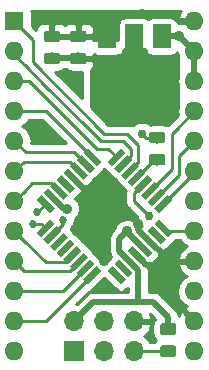
<source format=gbr>
G04 #@! TF.GenerationSoftware,KiCad,Pcbnew,(5.0.0)*
G04 #@! TF.CreationDate,2018-07-26T01:08:58+02:00*
G04 #@! TF.ProjectId,bosch_kf4_pll,626F7363685F6B66345F706C6C2E6B69,rev?*
G04 #@! TF.SameCoordinates,Original*
G04 #@! TF.FileFunction,Copper,L2,Bot,Signal*
G04 #@! TF.FilePolarity,Positive*
%FSLAX46Y46*%
G04 Gerber Fmt 4.6, Leading zero omitted, Abs format (unit mm)*
G04 Created by KiCad (PCBNEW (5.0.0)) date 07/26/18 01:08:58*
%MOMM*%
%LPD*%
G01*
G04 APERTURE LIST*
G04 #@! TA.AperFunction,SMDPad,CuDef*
%ADD10C,0.550000*%
G04 #@! TD*
G04 #@! TA.AperFunction,Conductor*
%ADD11C,0.100000*%
G04 #@! TD*
G04 #@! TA.AperFunction,ComponentPad*
%ADD12O,1.600000X1.600000*%
G04 #@! TD*
G04 #@! TA.AperFunction,ComponentPad*
%ADD13R,1.600000X1.600000*%
G04 #@! TD*
G04 #@! TA.AperFunction,SMDPad,CuDef*
%ADD14R,3.800000X2.000000*%
G04 #@! TD*
G04 #@! TA.AperFunction,SMDPad,CuDef*
%ADD15R,1.500000X2.000000*%
G04 #@! TD*
G04 #@! TA.AperFunction,SMDPad,CuDef*
%ADD16C,0.975000*%
G04 #@! TD*
G04 #@! TA.AperFunction,ComponentPad*
%ADD17O,1.700000X1.700000*%
G04 #@! TD*
G04 #@! TA.AperFunction,ComponentPad*
%ADD18R,1.700000X1.700000*%
G04 #@! TD*
G04 #@! TA.AperFunction,ViaPad*
%ADD19C,0.889000*%
G04 #@! TD*
G04 #@! TA.AperFunction,ViaPad*
%ADD20C,0.685800*%
G04 #@! TD*
G04 #@! TA.AperFunction,ViaPad*
%ADD21C,0.762000*%
G04 #@! TD*
G04 #@! TA.AperFunction,Conductor*
%ADD22C,0.508000*%
G04 #@! TD*
G04 #@! TA.AperFunction,Conductor*
%ADD23C,0.254000*%
G04 #@! TD*
G04 APERTURE END LIST*
D10*
G04 #@! TO.P,U1,32*
G04 #@! TO.N,SQL*
X138335103Y-77714695D03*
D11*
G04 #@! TD*
G04 #@! TO.N,SQL*
G04 #@! TO.C,U1*
G36*
X137963872Y-78474835D02*
X137574963Y-78085926D01*
X138706334Y-76954555D01*
X139095243Y-77343464D01*
X137963872Y-78474835D01*
X137963872Y-78474835D01*
G37*
D10*
G04 #@! TO.P,U1,31*
G04 #@! TO.N,TXD*
X137769417Y-77149010D03*
D11*
G04 #@! TD*
G04 #@! TO.N,TXD*
G04 #@! TO.C,U1*
G36*
X137398186Y-77909150D02*
X137009277Y-77520241D01*
X138140648Y-76388870D01*
X138529557Y-76777779D01*
X137398186Y-77909150D01*
X137398186Y-77909150D01*
G37*
D10*
G04 #@! TO.P,U1,30*
G04 #@! TO.N,RXD*
X137203732Y-76583324D03*
D11*
G04 #@! TD*
G04 #@! TO.N,RXD*
G04 #@! TO.C,U1*
G36*
X136832501Y-77343464D02*
X136443592Y-76954555D01*
X137574963Y-75823184D01*
X137963872Y-76212093D01*
X136832501Y-77343464D01*
X136832501Y-77343464D01*
G37*
D10*
G04 #@! TO.P,U1,29*
G04 #@! TO.N,RST*
X136638047Y-76017639D03*
D11*
G04 #@! TD*
G04 #@! TO.N,RST*
G04 #@! TO.C,U1*
G36*
X136266816Y-76777779D02*
X135877907Y-76388870D01*
X137009278Y-75257499D01*
X137398187Y-75646408D01*
X136266816Y-76777779D01*
X136266816Y-76777779D01*
G37*
D10*
G04 #@! TO.P,U1,28*
G04 #@! TO.N,PTT*
X136072361Y-75451953D03*
D11*
G04 #@! TD*
G04 #@! TO.N,PTT*
G04 #@! TO.C,U1*
G36*
X135701130Y-76212093D02*
X135312221Y-75823184D01*
X136443592Y-74691813D01*
X136832501Y-75080722D01*
X135701130Y-76212093D01*
X135701130Y-76212093D01*
G37*
D10*
G04 #@! TO.P,U1,27*
G04 #@! TO.N,A*
X135506676Y-74886268D03*
D11*
G04 #@! TD*
G04 #@! TO.N,A*
G04 #@! TO.C,U1*
G36*
X135135445Y-75646408D02*
X134746536Y-75257499D01*
X135877907Y-74126128D01*
X136266816Y-74515037D01*
X135135445Y-75646408D01*
X135135445Y-75646408D01*
G37*
D10*
G04 #@! TO.P,U1,26*
G04 #@! TO.N,A1*
X134940990Y-74320583D03*
D11*
G04 #@! TD*
G04 #@! TO.N,A1*
G04 #@! TO.C,U1*
G36*
X134569759Y-75080723D02*
X134180850Y-74691814D01*
X135312221Y-73560443D01*
X135701130Y-73949352D01*
X134569759Y-75080723D01*
X134569759Y-75080723D01*
G37*
D10*
G04 #@! TO.P,U1,25*
G04 #@! TO.N,A0*
X134375305Y-73754897D03*
D11*
G04 #@! TD*
G04 #@! TO.N,A0*
G04 #@! TO.C,U1*
G36*
X134004074Y-74515037D02*
X133615165Y-74126128D01*
X134746536Y-72994757D01*
X135135445Y-73383666D01*
X134004074Y-74515037D01*
X134004074Y-74515037D01*
G37*
D10*
G04 #@! TO.P,U1,24*
G04 #@! TO.N,D0*
X132324695Y-73754897D03*
D11*
G04 #@! TD*
G04 #@! TO.N,D0*
G04 #@! TO.C,U1*
G36*
X133084835Y-74126128D02*
X132695926Y-74515037D01*
X131564555Y-73383666D01*
X131953464Y-72994757D01*
X133084835Y-74126128D01*
X133084835Y-74126128D01*
G37*
D10*
G04 #@! TO.P,U1,23*
G04 #@! TO.N,D1*
X131759010Y-74320583D03*
D11*
G04 #@! TD*
G04 #@! TO.N,D1*
G04 #@! TO.C,U1*
G36*
X132519150Y-74691814D02*
X132130241Y-75080723D01*
X130998870Y-73949352D01*
X131387779Y-73560443D01*
X132519150Y-74691814D01*
X132519150Y-74691814D01*
G37*
D10*
G04 #@! TO.P,U1,22*
G04 #@! TO.N,D2*
X131193324Y-74886268D03*
D11*
G04 #@! TD*
G04 #@! TO.N,D2*
G04 #@! TO.C,U1*
G36*
X131953464Y-75257499D02*
X131564555Y-75646408D01*
X130433184Y-74515037D01*
X130822093Y-74126128D01*
X131953464Y-75257499D01*
X131953464Y-75257499D01*
G37*
D10*
G04 #@! TO.P,U1,21*
G04 #@! TO.N,GND*
X130627639Y-75451953D03*
D11*
G04 #@! TD*
G04 #@! TO.N,GND*
G04 #@! TO.C,U1*
G36*
X131387779Y-75823184D02*
X130998870Y-76212093D01*
X129867499Y-75080722D01*
X130256408Y-74691813D01*
X131387779Y-75823184D01*
X131387779Y-75823184D01*
G37*
D10*
G04 #@! TO.P,U1,20*
G04 #@! TO.N,Net-(U1-Pad20)*
X130061953Y-76017639D03*
D11*
G04 #@! TD*
G04 #@! TO.N,Net-(U1-Pad20)*
G04 #@! TO.C,U1*
G36*
X130822093Y-76388870D02*
X130433184Y-76777779D01*
X129301813Y-75646408D01*
X129690722Y-75257499D01*
X130822093Y-76388870D01*
X130822093Y-76388870D01*
G37*
D10*
G04 #@! TO.P,U1,19*
G04 #@! TO.N,D3*
X129496268Y-76583324D03*
D11*
G04 #@! TD*
G04 #@! TO.N,D3*
G04 #@! TO.C,U1*
G36*
X130256408Y-76954555D02*
X129867499Y-77343464D01*
X128736128Y-76212093D01*
X129125037Y-75823184D01*
X130256408Y-76954555D01*
X130256408Y-76954555D01*
G37*
D10*
G04 #@! TO.P,U1,18*
G04 #@! TO.N,+5V*
X128930583Y-77149010D03*
D11*
G04 #@! TD*
G04 #@! TO.N,+5V*
G04 #@! TO.C,U1*
G36*
X129690723Y-77520241D02*
X129301814Y-77909150D01*
X128170443Y-76777779D01*
X128559352Y-76388870D01*
X129690723Y-77520241D01*
X129690723Y-77520241D01*
G37*
D10*
G04 #@! TO.P,U1,17*
G04 #@! TO.N,SCK*
X128364897Y-77714695D03*
D11*
G04 #@! TD*
G04 #@! TO.N,SCK*
G04 #@! TO.C,U1*
G36*
X129125037Y-78085926D02*
X128736128Y-78474835D01*
X127604757Y-77343464D01*
X127993666Y-76954555D01*
X129125037Y-78085926D01*
X129125037Y-78085926D01*
G37*
D10*
G04 #@! TO.P,U1,16*
G04 #@! TO.N,MISO*
X128364897Y-79765305D03*
D11*
G04 #@! TD*
G04 #@! TO.N,MISO*
G04 #@! TO.C,U1*
G36*
X127993666Y-80525445D02*
X127604757Y-80136536D01*
X128736128Y-79005165D01*
X129125037Y-79394074D01*
X127993666Y-80525445D01*
X127993666Y-80525445D01*
G37*
D10*
G04 #@! TO.P,U1,15*
G04 #@! TO.N,MOSI*
X128930583Y-80330990D03*
D11*
G04 #@! TD*
G04 #@! TO.N,MOSI*
G04 #@! TO.C,U1*
G36*
X128559352Y-81091130D02*
X128170443Y-80702221D01*
X129301814Y-79570850D01*
X129690723Y-79959759D01*
X128559352Y-81091130D01*
X128559352Y-81091130D01*
G37*
D10*
G04 #@! TO.P,U1,14*
G04 #@! TO.N,PWM_B*
X129496268Y-80896676D03*
D11*
G04 #@! TD*
G04 #@! TO.N,PWM_B*
G04 #@! TO.C,U1*
G36*
X129125037Y-81656816D02*
X128736128Y-81267907D01*
X129867499Y-80136536D01*
X130256408Y-80525445D01*
X129125037Y-81656816D01*
X129125037Y-81656816D01*
G37*
D10*
G04 #@! TO.P,U1,13*
G04 #@! TO.N,PWM_A*
X130061953Y-81462361D03*
D11*
G04 #@! TD*
G04 #@! TO.N,PWM_A*
G04 #@! TO.C,U1*
G36*
X129690722Y-82222501D02*
X129301813Y-81833592D01*
X130433184Y-80702221D01*
X130822093Y-81091130D01*
X129690722Y-82222501D01*
X129690722Y-82222501D01*
G37*
D10*
G04 #@! TO.P,U1,12*
G04 #@! TO.N,D4*
X130627639Y-82028047D03*
D11*
G04 #@! TD*
G04 #@! TO.N,D4*
G04 #@! TO.C,U1*
G36*
X130256408Y-82788187D02*
X129867499Y-82399278D01*
X130998870Y-81267907D01*
X131387779Y-81656816D01*
X130256408Y-82788187D01*
X130256408Y-82788187D01*
G37*
D10*
G04 #@! TO.P,U1,11*
G04 #@! TO.N,D5*
X131193324Y-82593732D03*
D11*
G04 #@! TD*
G04 #@! TO.N,D5*
G04 #@! TO.C,U1*
G36*
X130822093Y-83353872D02*
X130433184Y-82964963D01*
X131564555Y-81833592D01*
X131953464Y-82222501D01*
X130822093Y-83353872D01*
X130822093Y-83353872D01*
G37*
D10*
G04 #@! TO.P,U1,10*
G04 #@! TO.N,D6*
X131759010Y-83159417D03*
D11*
G04 #@! TD*
G04 #@! TO.N,D6*
G04 #@! TO.C,U1*
G36*
X131387779Y-83919557D02*
X130998870Y-83530648D01*
X132130241Y-82399277D01*
X132519150Y-82788186D01*
X131387779Y-83919557D01*
X131387779Y-83919557D01*
G37*
D10*
G04 #@! TO.P,U1,9*
G04 #@! TO.N,D7*
X132324695Y-83725103D03*
D11*
G04 #@! TD*
G04 #@! TO.N,D7*
G04 #@! TO.C,U1*
G36*
X131953464Y-84485243D02*
X131564555Y-84096334D01*
X132695926Y-82964963D01*
X133084835Y-83353872D01*
X131953464Y-84485243D01*
X131953464Y-84485243D01*
G37*
D10*
G04 #@! TO.P,U1,8*
G04 #@! TO.N,Net-(U1-Pad8)*
X134375305Y-83725103D03*
D11*
G04 #@! TD*
G04 #@! TO.N,Net-(U1-Pad8)*
G04 #@! TO.C,U1*
G36*
X135135445Y-84096334D02*
X134746536Y-84485243D01*
X133615165Y-83353872D01*
X134004074Y-82964963D01*
X135135445Y-84096334D01*
X135135445Y-84096334D01*
G37*
D10*
G04 #@! TO.P,U1,7*
G04 #@! TO.N,Net-(U1-Pad7)*
X134940990Y-83159417D03*
D11*
G04 #@! TD*
G04 #@! TO.N,Net-(U1-Pad7)*
G04 #@! TO.C,U1*
G36*
X135701130Y-83530648D02*
X135312221Y-83919557D01*
X134180850Y-82788186D01*
X134569759Y-82399277D01*
X135701130Y-83530648D01*
X135701130Y-83530648D01*
G37*
D10*
G04 #@! TO.P,U1,6*
G04 #@! TO.N,+5V*
X135506676Y-82593732D03*
D11*
G04 #@! TD*
G04 #@! TO.N,+5V*
G04 #@! TO.C,U1*
G36*
X136266816Y-82964963D02*
X135877907Y-83353872D01*
X134746536Y-82222501D01*
X135135445Y-81833592D01*
X136266816Y-82964963D01*
X136266816Y-82964963D01*
G37*
D10*
G04 #@! TO.P,U1,5*
G04 #@! TO.N,GND*
X136072361Y-82028047D03*
D11*
G04 #@! TD*
G04 #@! TO.N,GND*
G04 #@! TO.C,U1*
G36*
X136832501Y-82399278D02*
X136443592Y-82788187D01*
X135312221Y-81656816D01*
X135701130Y-81267907D01*
X136832501Y-82399278D01*
X136832501Y-82399278D01*
G37*
D10*
G04 #@! TO.P,U1,4*
G04 #@! TO.N,+5V*
X136638047Y-81462361D03*
D11*
G04 #@! TD*
G04 #@! TO.N,+5V*
G04 #@! TO.C,U1*
G36*
X137398187Y-81833592D02*
X137009278Y-82222501D01*
X135877907Y-81091130D01*
X136266816Y-80702221D01*
X137398187Y-81833592D01*
X137398187Y-81833592D01*
G37*
D10*
G04 #@! TO.P,U1,3*
G04 #@! TO.N,GND*
X137203732Y-80896676D03*
D11*
G04 #@! TD*
G04 #@! TO.N,GND*
G04 #@! TO.C,U1*
G36*
X137963872Y-81267907D02*
X137574963Y-81656816D01*
X136443592Y-80525445D01*
X136832501Y-80136536D01*
X137963872Y-81267907D01*
X137963872Y-81267907D01*
G37*
D10*
G04 #@! TO.P,U1,2*
G04 #@! TO.N,Net-(U1-Pad2)*
X137769417Y-80330990D03*
D11*
G04 #@! TD*
G04 #@! TO.N,Net-(U1-Pad2)*
G04 #@! TO.C,U1*
G36*
X138529557Y-80702221D02*
X138140648Y-81091130D01*
X137009277Y-79959759D01*
X137398186Y-79570850D01*
X138529557Y-80702221D01*
X138529557Y-80702221D01*
G37*
D10*
G04 #@! TO.P,U1,1*
G04 #@! TO.N,PTT_SENSE*
X138335103Y-79765305D03*
D11*
G04 #@! TD*
G04 #@! TO.N,PTT_SENSE*
G04 #@! TO.C,U1*
G36*
X139095243Y-80136536D02*
X138706334Y-80525445D01*
X137574963Y-79394074D01*
X137963872Y-79005165D01*
X139095243Y-80136536D01*
X139095243Y-80136536D01*
G37*
D12*
G04 #@! TO.P,J2,24*
G04 #@! TO.N,GND*
X140970000Y-62230000D03*
G04 #@! TO.P,J2,12*
G04 #@! TO.N,Net-(J2-Pad12)*
X125730000Y-90170000D03*
G04 #@! TO.P,J2,23*
G04 #@! TO.N,+8V*
X140970000Y-64770000D03*
G04 #@! TO.P,J2,11*
G04 #@! TO.N,D7*
X125730000Y-87630000D03*
G04 #@! TO.P,J2,22*
G04 #@! TO.N,+8V*
X140970000Y-67310000D03*
G04 #@! TO.P,J2,10*
G04 #@! TO.N,D6*
X125730000Y-85090000D03*
G04 #@! TO.P,J2,21*
G04 #@! TO.N,RXD*
X140970000Y-69850000D03*
G04 #@! TO.P,J2,9*
G04 #@! TO.N,D5*
X125730000Y-82550000D03*
G04 #@! TO.P,J2,20*
G04 #@! TO.N,TXD*
X140970000Y-72390000D03*
G04 #@! TO.P,J2,8*
G04 #@! TO.N,D4*
X125730000Y-80010000D03*
G04 #@! TO.P,J2,19*
G04 #@! TO.N,SQL*
X140970000Y-74930000D03*
G04 #@! TO.P,J2,7*
G04 #@! TO.N,D3*
X125730000Y-77470000D03*
G04 #@! TO.P,J2,18*
G04 #@! TO.N,PTT_OUT*
X140970000Y-77470000D03*
G04 #@! TO.P,J2,6*
G04 #@! TO.N,D2*
X125730000Y-74930000D03*
G04 #@! TO.P,J2,17*
G04 #@! TO.N,PTT_SENSE*
X140970000Y-80010000D03*
G04 #@! TO.P,J2,5*
G04 #@! TO.N,D1*
X125730000Y-72390000D03*
G04 #@! TO.P,J2,16*
G04 #@! TO.N,GND*
X140970000Y-82550000D03*
G04 #@! TO.P,J2,4*
G04 #@! TO.N,D0*
X125730000Y-69850000D03*
G04 #@! TO.P,J2,15*
G04 #@! TO.N,Net-(J2-Pad15)*
X140970000Y-85090000D03*
G04 #@! TO.P,J2,3*
G04 #@! TO.N,A0*
X125730000Y-67310000D03*
G04 #@! TO.P,J2,14*
G04 #@! TO.N,GND*
X140970000Y-87630000D03*
G04 #@! TO.P,J2,2*
G04 #@! TO.N,A1*
X125730000Y-64770000D03*
G04 #@! TO.P,J2,13*
G04 #@! TO.N,Net-(J2-Pad13)*
X140970000Y-90170000D03*
D13*
G04 #@! TO.P,J2,1*
G04 #@! TO.N,A*
X125730000Y-62230000D03*
G04 #@! TD*
D14*
G04 #@! TO.P,U2,2*
G04 #@! TO.N,+5V*
X135890000Y-69825000D03*
D15*
X135890000Y-63525000D03*
G04 #@! TO.P,U2,3*
G04 #@! TO.N,+8V*
X138190000Y-63525000D03*
G04 #@! TO.P,U2,1*
G04 #@! TO.N,GND*
X133590000Y-63525000D03*
G04 #@! TD*
D11*
G04 #@! TO.N,Net-(Q1-Pad1)*
G04 #@! TO.C,R4*
G36*
X138275142Y-71601174D02*
X138298803Y-71604684D01*
X138322007Y-71610496D01*
X138344529Y-71618554D01*
X138366153Y-71628782D01*
X138386670Y-71641079D01*
X138405883Y-71655329D01*
X138423607Y-71671393D01*
X138439671Y-71689117D01*
X138453921Y-71708330D01*
X138466218Y-71728847D01*
X138476446Y-71750471D01*
X138484504Y-71772993D01*
X138490316Y-71796197D01*
X138493826Y-71819858D01*
X138495000Y-71843750D01*
X138495000Y-72331250D01*
X138493826Y-72355142D01*
X138490316Y-72378803D01*
X138484504Y-72402007D01*
X138476446Y-72424529D01*
X138466218Y-72446153D01*
X138453921Y-72466670D01*
X138439671Y-72485883D01*
X138423607Y-72503607D01*
X138405883Y-72519671D01*
X138386670Y-72533921D01*
X138366153Y-72546218D01*
X138344529Y-72556446D01*
X138322007Y-72564504D01*
X138298803Y-72570316D01*
X138275142Y-72573826D01*
X138251250Y-72575000D01*
X137338750Y-72575000D01*
X137314858Y-72573826D01*
X137291197Y-72570316D01*
X137267993Y-72564504D01*
X137245471Y-72556446D01*
X137223847Y-72546218D01*
X137203330Y-72533921D01*
X137184117Y-72519671D01*
X137166393Y-72503607D01*
X137150329Y-72485883D01*
X137136079Y-72466670D01*
X137123782Y-72446153D01*
X137113554Y-72424529D01*
X137105496Y-72402007D01*
X137099684Y-72378803D01*
X137096174Y-72355142D01*
X137095000Y-72331250D01*
X137095000Y-71843750D01*
X137096174Y-71819858D01*
X137099684Y-71796197D01*
X137105496Y-71772993D01*
X137113554Y-71750471D01*
X137123782Y-71728847D01*
X137136079Y-71708330D01*
X137150329Y-71689117D01*
X137166393Y-71671393D01*
X137184117Y-71655329D01*
X137203330Y-71641079D01*
X137223847Y-71628782D01*
X137245471Y-71618554D01*
X137267993Y-71610496D01*
X137291197Y-71604684D01*
X137314858Y-71601174D01*
X137338750Y-71600000D01*
X138251250Y-71600000D01*
X138275142Y-71601174D01*
X138275142Y-71601174D01*
G37*
D16*
G04 #@! TD*
G04 #@! TO.P,R4,1*
G04 #@! TO.N,Net-(Q1-Pad1)*
X137795000Y-72087500D03*
D11*
G04 #@! TO.N,PTT*
G04 #@! TO.C,R4*
G36*
X138275142Y-73476174D02*
X138298803Y-73479684D01*
X138322007Y-73485496D01*
X138344529Y-73493554D01*
X138366153Y-73503782D01*
X138386670Y-73516079D01*
X138405883Y-73530329D01*
X138423607Y-73546393D01*
X138439671Y-73564117D01*
X138453921Y-73583330D01*
X138466218Y-73603847D01*
X138476446Y-73625471D01*
X138484504Y-73647993D01*
X138490316Y-73671197D01*
X138493826Y-73694858D01*
X138495000Y-73718750D01*
X138495000Y-74206250D01*
X138493826Y-74230142D01*
X138490316Y-74253803D01*
X138484504Y-74277007D01*
X138476446Y-74299529D01*
X138466218Y-74321153D01*
X138453921Y-74341670D01*
X138439671Y-74360883D01*
X138423607Y-74378607D01*
X138405883Y-74394671D01*
X138386670Y-74408921D01*
X138366153Y-74421218D01*
X138344529Y-74431446D01*
X138322007Y-74439504D01*
X138298803Y-74445316D01*
X138275142Y-74448826D01*
X138251250Y-74450000D01*
X137338750Y-74450000D01*
X137314858Y-74448826D01*
X137291197Y-74445316D01*
X137267993Y-74439504D01*
X137245471Y-74431446D01*
X137223847Y-74421218D01*
X137203330Y-74408921D01*
X137184117Y-74394671D01*
X137166393Y-74378607D01*
X137150329Y-74360883D01*
X137136079Y-74341670D01*
X137123782Y-74321153D01*
X137113554Y-74299529D01*
X137105496Y-74277007D01*
X137099684Y-74253803D01*
X137096174Y-74230142D01*
X137095000Y-74206250D01*
X137095000Y-73718750D01*
X137096174Y-73694858D01*
X137099684Y-73671197D01*
X137105496Y-73647993D01*
X137113554Y-73625471D01*
X137123782Y-73603847D01*
X137136079Y-73583330D01*
X137150329Y-73564117D01*
X137166393Y-73546393D01*
X137184117Y-73530329D01*
X137203330Y-73516079D01*
X137223847Y-73503782D01*
X137245471Y-73493554D01*
X137267993Y-73485496D01*
X137291197Y-73479684D01*
X137314858Y-73476174D01*
X137338750Y-73475000D01*
X138251250Y-73475000D01*
X138275142Y-73476174D01*
X138275142Y-73476174D01*
G37*
D16*
G04 #@! TD*
G04 #@! TO.P,R4,2*
G04 #@! TO.N,PTT*
X137795000Y-73962500D03*
D11*
G04 #@! TO.N,RST*
G04 #@! TO.C,R3*
G36*
X139227642Y-89683674D02*
X139251303Y-89687184D01*
X139274507Y-89692996D01*
X139297029Y-89701054D01*
X139318653Y-89711282D01*
X139339170Y-89723579D01*
X139358383Y-89737829D01*
X139376107Y-89753893D01*
X139392171Y-89771617D01*
X139406421Y-89790830D01*
X139418718Y-89811347D01*
X139428946Y-89832971D01*
X139437004Y-89855493D01*
X139442816Y-89878697D01*
X139446326Y-89902358D01*
X139447500Y-89926250D01*
X139447500Y-90413750D01*
X139446326Y-90437642D01*
X139442816Y-90461303D01*
X139437004Y-90484507D01*
X139428946Y-90507029D01*
X139418718Y-90528653D01*
X139406421Y-90549170D01*
X139392171Y-90568383D01*
X139376107Y-90586107D01*
X139358383Y-90602171D01*
X139339170Y-90616421D01*
X139318653Y-90628718D01*
X139297029Y-90638946D01*
X139274507Y-90647004D01*
X139251303Y-90652816D01*
X139227642Y-90656326D01*
X139203750Y-90657500D01*
X138291250Y-90657500D01*
X138267358Y-90656326D01*
X138243697Y-90652816D01*
X138220493Y-90647004D01*
X138197971Y-90638946D01*
X138176347Y-90628718D01*
X138155830Y-90616421D01*
X138136617Y-90602171D01*
X138118893Y-90586107D01*
X138102829Y-90568383D01*
X138088579Y-90549170D01*
X138076282Y-90528653D01*
X138066054Y-90507029D01*
X138057996Y-90484507D01*
X138052184Y-90461303D01*
X138048674Y-90437642D01*
X138047500Y-90413750D01*
X138047500Y-89926250D01*
X138048674Y-89902358D01*
X138052184Y-89878697D01*
X138057996Y-89855493D01*
X138066054Y-89832971D01*
X138076282Y-89811347D01*
X138088579Y-89790830D01*
X138102829Y-89771617D01*
X138118893Y-89753893D01*
X138136617Y-89737829D01*
X138155830Y-89723579D01*
X138176347Y-89711282D01*
X138197971Y-89701054D01*
X138220493Y-89692996D01*
X138243697Y-89687184D01*
X138267358Y-89683674D01*
X138291250Y-89682500D01*
X139203750Y-89682500D01*
X139227642Y-89683674D01*
X139227642Y-89683674D01*
G37*
D16*
G04 #@! TD*
G04 #@! TO.P,R3,2*
G04 #@! TO.N,RST*
X138747500Y-90170000D03*
D11*
G04 #@! TO.N,+5V*
G04 #@! TO.C,R3*
G36*
X139227642Y-87808674D02*
X139251303Y-87812184D01*
X139274507Y-87817996D01*
X139297029Y-87826054D01*
X139318653Y-87836282D01*
X139339170Y-87848579D01*
X139358383Y-87862829D01*
X139376107Y-87878893D01*
X139392171Y-87896617D01*
X139406421Y-87915830D01*
X139418718Y-87936347D01*
X139428946Y-87957971D01*
X139437004Y-87980493D01*
X139442816Y-88003697D01*
X139446326Y-88027358D01*
X139447500Y-88051250D01*
X139447500Y-88538750D01*
X139446326Y-88562642D01*
X139442816Y-88586303D01*
X139437004Y-88609507D01*
X139428946Y-88632029D01*
X139418718Y-88653653D01*
X139406421Y-88674170D01*
X139392171Y-88693383D01*
X139376107Y-88711107D01*
X139358383Y-88727171D01*
X139339170Y-88741421D01*
X139318653Y-88753718D01*
X139297029Y-88763946D01*
X139274507Y-88772004D01*
X139251303Y-88777816D01*
X139227642Y-88781326D01*
X139203750Y-88782500D01*
X138291250Y-88782500D01*
X138267358Y-88781326D01*
X138243697Y-88777816D01*
X138220493Y-88772004D01*
X138197971Y-88763946D01*
X138176347Y-88753718D01*
X138155830Y-88741421D01*
X138136617Y-88727171D01*
X138118893Y-88711107D01*
X138102829Y-88693383D01*
X138088579Y-88674170D01*
X138076282Y-88653653D01*
X138066054Y-88632029D01*
X138057996Y-88609507D01*
X138052184Y-88586303D01*
X138048674Y-88562642D01*
X138047500Y-88538750D01*
X138047500Y-88051250D01*
X138048674Y-88027358D01*
X138052184Y-88003697D01*
X138057996Y-87980493D01*
X138066054Y-87957971D01*
X138076282Y-87936347D01*
X138088579Y-87915830D01*
X138102829Y-87896617D01*
X138118893Y-87878893D01*
X138136617Y-87862829D01*
X138155830Y-87848579D01*
X138176347Y-87836282D01*
X138197971Y-87826054D01*
X138220493Y-87817996D01*
X138243697Y-87812184D01*
X138267358Y-87808674D01*
X138291250Y-87807500D01*
X139203750Y-87807500D01*
X139227642Y-87808674D01*
X139227642Y-87808674D01*
G37*
D16*
G04 #@! TD*
G04 #@! TO.P,R3,1*
G04 #@! TO.N,+5V*
X138747500Y-88295000D03*
D11*
G04 #@! TO.N,+5V*
G04 #@! TO.C,C2*
G36*
X131607642Y-64903674D02*
X131631303Y-64907184D01*
X131654507Y-64912996D01*
X131677029Y-64921054D01*
X131698653Y-64931282D01*
X131719170Y-64943579D01*
X131738383Y-64957829D01*
X131756107Y-64973893D01*
X131772171Y-64991617D01*
X131786421Y-65010830D01*
X131798718Y-65031347D01*
X131808946Y-65052971D01*
X131817004Y-65075493D01*
X131822816Y-65098697D01*
X131826326Y-65122358D01*
X131827500Y-65146250D01*
X131827500Y-65633750D01*
X131826326Y-65657642D01*
X131822816Y-65681303D01*
X131817004Y-65704507D01*
X131808946Y-65727029D01*
X131798718Y-65748653D01*
X131786421Y-65769170D01*
X131772171Y-65788383D01*
X131756107Y-65806107D01*
X131738383Y-65822171D01*
X131719170Y-65836421D01*
X131698653Y-65848718D01*
X131677029Y-65858946D01*
X131654507Y-65867004D01*
X131631303Y-65872816D01*
X131607642Y-65876326D01*
X131583750Y-65877500D01*
X130671250Y-65877500D01*
X130647358Y-65876326D01*
X130623697Y-65872816D01*
X130600493Y-65867004D01*
X130577971Y-65858946D01*
X130556347Y-65848718D01*
X130535830Y-65836421D01*
X130516617Y-65822171D01*
X130498893Y-65806107D01*
X130482829Y-65788383D01*
X130468579Y-65769170D01*
X130456282Y-65748653D01*
X130446054Y-65727029D01*
X130437996Y-65704507D01*
X130432184Y-65681303D01*
X130428674Y-65657642D01*
X130427500Y-65633750D01*
X130427500Y-65146250D01*
X130428674Y-65122358D01*
X130432184Y-65098697D01*
X130437996Y-65075493D01*
X130446054Y-65052971D01*
X130456282Y-65031347D01*
X130468579Y-65010830D01*
X130482829Y-64991617D01*
X130498893Y-64973893D01*
X130516617Y-64957829D01*
X130535830Y-64943579D01*
X130556347Y-64931282D01*
X130577971Y-64921054D01*
X130600493Y-64912996D01*
X130623697Y-64907184D01*
X130647358Y-64903674D01*
X130671250Y-64902500D01*
X131583750Y-64902500D01*
X131607642Y-64903674D01*
X131607642Y-64903674D01*
G37*
D16*
G04 #@! TD*
G04 #@! TO.P,C2,1*
G04 #@! TO.N,+5V*
X131127500Y-65390000D03*
D11*
G04 #@! TO.N,GND*
G04 #@! TO.C,C2*
G36*
X131607642Y-63028674D02*
X131631303Y-63032184D01*
X131654507Y-63037996D01*
X131677029Y-63046054D01*
X131698653Y-63056282D01*
X131719170Y-63068579D01*
X131738383Y-63082829D01*
X131756107Y-63098893D01*
X131772171Y-63116617D01*
X131786421Y-63135830D01*
X131798718Y-63156347D01*
X131808946Y-63177971D01*
X131817004Y-63200493D01*
X131822816Y-63223697D01*
X131826326Y-63247358D01*
X131827500Y-63271250D01*
X131827500Y-63758750D01*
X131826326Y-63782642D01*
X131822816Y-63806303D01*
X131817004Y-63829507D01*
X131808946Y-63852029D01*
X131798718Y-63873653D01*
X131786421Y-63894170D01*
X131772171Y-63913383D01*
X131756107Y-63931107D01*
X131738383Y-63947171D01*
X131719170Y-63961421D01*
X131698653Y-63973718D01*
X131677029Y-63983946D01*
X131654507Y-63992004D01*
X131631303Y-63997816D01*
X131607642Y-64001326D01*
X131583750Y-64002500D01*
X130671250Y-64002500D01*
X130647358Y-64001326D01*
X130623697Y-63997816D01*
X130600493Y-63992004D01*
X130577971Y-63983946D01*
X130556347Y-63973718D01*
X130535830Y-63961421D01*
X130516617Y-63947171D01*
X130498893Y-63931107D01*
X130482829Y-63913383D01*
X130468579Y-63894170D01*
X130456282Y-63873653D01*
X130446054Y-63852029D01*
X130437996Y-63829507D01*
X130432184Y-63806303D01*
X130428674Y-63782642D01*
X130427500Y-63758750D01*
X130427500Y-63271250D01*
X130428674Y-63247358D01*
X130432184Y-63223697D01*
X130437996Y-63200493D01*
X130446054Y-63177971D01*
X130456282Y-63156347D01*
X130468579Y-63135830D01*
X130482829Y-63116617D01*
X130498893Y-63098893D01*
X130516617Y-63082829D01*
X130535830Y-63068579D01*
X130556347Y-63056282D01*
X130577971Y-63046054D01*
X130600493Y-63037996D01*
X130623697Y-63032184D01*
X130647358Y-63028674D01*
X130671250Y-63027500D01*
X131583750Y-63027500D01*
X131607642Y-63028674D01*
X131607642Y-63028674D01*
G37*
D16*
G04 #@! TD*
G04 #@! TO.P,C2,2*
G04 #@! TO.N,GND*
X131127500Y-63515000D03*
D11*
G04 #@! TO.N,GND*
G04 #@! TO.C,C3*
G36*
X129385142Y-63028674D02*
X129408803Y-63032184D01*
X129432007Y-63037996D01*
X129454529Y-63046054D01*
X129476153Y-63056282D01*
X129496670Y-63068579D01*
X129515883Y-63082829D01*
X129533607Y-63098893D01*
X129549671Y-63116617D01*
X129563921Y-63135830D01*
X129576218Y-63156347D01*
X129586446Y-63177971D01*
X129594504Y-63200493D01*
X129600316Y-63223697D01*
X129603826Y-63247358D01*
X129605000Y-63271250D01*
X129605000Y-63758750D01*
X129603826Y-63782642D01*
X129600316Y-63806303D01*
X129594504Y-63829507D01*
X129586446Y-63852029D01*
X129576218Y-63873653D01*
X129563921Y-63894170D01*
X129549671Y-63913383D01*
X129533607Y-63931107D01*
X129515883Y-63947171D01*
X129496670Y-63961421D01*
X129476153Y-63973718D01*
X129454529Y-63983946D01*
X129432007Y-63992004D01*
X129408803Y-63997816D01*
X129385142Y-64001326D01*
X129361250Y-64002500D01*
X128448750Y-64002500D01*
X128424858Y-64001326D01*
X128401197Y-63997816D01*
X128377993Y-63992004D01*
X128355471Y-63983946D01*
X128333847Y-63973718D01*
X128313330Y-63961421D01*
X128294117Y-63947171D01*
X128276393Y-63931107D01*
X128260329Y-63913383D01*
X128246079Y-63894170D01*
X128233782Y-63873653D01*
X128223554Y-63852029D01*
X128215496Y-63829507D01*
X128209684Y-63806303D01*
X128206174Y-63782642D01*
X128205000Y-63758750D01*
X128205000Y-63271250D01*
X128206174Y-63247358D01*
X128209684Y-63223697D01*
X128215496Y-63200493D01*
X128223554Y-63177971D01*
X128233782Y-63156347D01*
X128246079Y-63135830D01*
X128260329Y-63116617D01*
X128276393Y-63098893D01*
X128294117Y-63082829D01*
X128313330Y-63068579D01*
X128333847Y-63056282D01*
X128355471Y-63046054D01*
X128377993Y-63037996D01*
X128401197Y-63032184D01*
X128424858Y-63028674D01*
X128448750Y-63027500D01*
X129361250Y-63027500D01*
X129385142Y-63028674D01*
X129385142Y-63028674D01*
G37*
D16*
G04 #@! TD*
G04 #@! TO.P,C3,2*
G04 #@! TO.N,GND*
X128905000Y-63515000D03*
D11*
G04 #@! TO.N,+5V*
G04 #@! TO.C,C3*
G36*
X129385142Y-64903674D02*
X129408803Y-64907184D01*
X129432007Y-64912996D01*
X129454529Y-64921054D01*
X129476153Y-64931282D01*
X129496670Y-64943579D01*
X129515883Y-64957829D01*
X129533607Y-64973893D01*
X129549671Y-64991617D01*
X129563921Y-65010830D01*
X129576218Y-65031347D01*
X129586446Y-65052971D01*
X129594504Y-65075493D01*
X129600316Y-65098697D01*
X129603826Y-65122358D01*
X129605000Y-65146250D01*
X129605000Y-65633750D01*
X129603826Y-65657642D01*
X129600316Y-65681303D01*
X129594504Y-65704507D01*
X129586446Y-65727029D01*
X129576218Y-65748653D01*
X129563921Y-65769170D01*
X129549671Y-65788383D01*
X129533607Y-65806107D01*
X129515883Y-65822171D01*
X129496670Y-65836421D01*
X129476153Y-65848718D01*
X129454529Y-65858946D01*
X129432007Y-65867004D01*
X129408803Y-65872816D01*
X129385142Y-65876326D01*
X129361250Y-65877500D01*
X128448750Y-65877500D01*
X128424858Y-65876326D01*
X128401197Y-65872816D01*
X128377993Y-65867004D01*
X128355471Y-65858946D01*
X128333847Y-65848718D01*
X128313330Y-65836421D01*
X128294117Y-65822171D01*
X128276393Y-65806107D01*
X128260329Y-65788383D01*
X128246079Y-65769170D01*
X128233782Y-65748653D01*
X128223554Y-65727029D01*
X128215496Y-65704507D01*
X128209684Y-65681303D01*
X128206174Y-65657642D01*
X128205000Y-65633750D01*
X128205000Y-65146250D01*
X128206174Y-65122358D01*
X128209684Y-65098697D01*
X128215496Y-65075493D01*
X128223554Y-65052971D01*
X128233782Y-65031347D01*
X128246079Y-65010830D01*
X128260329Y-64991617D01*
X128276393Y-64973893D01*
X128294117Y-64957829D01*
X128313330Y-64943579D01*
X128333847Y-64931282D01*
X128355471Y-64921054D01*
X128377993Y-64912996D01*
X128401197Y-64907184D01*
X128424858Y-64903674D01*
X128448750Y-64902500D01*
X129361250Y-64902500D01*
X129385142Y-64903674D01*
X129385142Y-64903674D01*
G37*
D16*
G04 #@! TD*
G04 #@! TO.P,C3,1*
G04 #@! TO.N,+5V*
X128905000Y-65390000D03*
D17*
G04 #@! TO.P,J1,6*
G04 #@! TO.N,GND*
X135890000Y-87630000D03*
G04 #@! TO.P,J1,5*
G04 #@! TO.N,RST*
X135890000Y-90170000D03*
G04 #@! TO.P,J1,4*
G04 #@! TO.N,MOSI*
X133350000Y-87630000D03*
G04 #@! TO.P,J1,3*
G04 #@! TO.N,SCK*
X133350000Y-90170000D03*
G04 #@! TO.P,J1,2*
G04 #@! TO.N,+5V*
X130810000Y-87630000D03*
D18*
G04 #@! TO.P,J1,1*
G04 #@! TO.N,MISO*
X130810000Y-90170000D03*
G04 #@! TD*
D19*
G04 #@! TO.N,GND*
X136525000Y-61595000D03*
X131762500Y-76517500D03*
X133350000Y-82550000D03*
X133350000Y-84455000D03*
X136207500Y-79375000D03*
X134620000Y-76517500D03*
X131127500Y-61912500D03*
X128270000Y-71755000D03*
X128905000Y-61912500D03*
X131127500Y-79375000D03*
X138112500Y-82867500D03*
X131127500Y-67310000D03*
G04 #@! TO.N,+8V*
X139700000Y-63500000D03*
G04 #@! TO.N,+5V*
X130175000Y-78105000D03*
X135890000Y-66675000D03*
X135890000Y-67945000D03*
X135890000Y-65405000D03*
X137160000Y-65405000D03*
X137160000Y-66675000D03*
X137160000Y-67945000D03*
X134620000Y-67945000D03*
X134620000Y-66675000D03*
X134620000Y-65405000D03*
X133350000Y-69850000D03*
X135270000Y-80025000D03*
D20*
G04 #@! TO.N,MISO*
X127317500Y-79375000D03*
G04 #@! TO.N,SCK*
X127635000Y-78422500D03*
G04 #@! TO.N,MOSI*
X129857500Y-79057500D03*
D21*
G04 #@! TO.N,RST*
X137160000Y-78740000D03*
G04 #@! TO.N,Net-(Q1-Pad1)*
X136525000Y-71755000D03*
G04 #@! TD*
D22*
G04 #@! TO.N,GND*
X140970000Y-62230000D02*
X139700000Y-62230000D01*
X139065000Y-61595000D02*
X136525000Y-61595000D01*
X139700000Y-62230000D02*
X139065000Y-61595000D01*
X131693186Y-76517500D02*
X130627639Y-75451953D01*
X131762500Y-76517500D02*
X131693186Y-76517500D01*
X136207500Y-79900444D02*
X137203732Y-80896676D01*
X136207500Y-79375000D02*
X136207500Y-79900444D01*
X138112500Y-81805444D02*
X137203732Y-80896676D01*
X136911814Y-82867500D02*
X136072361Y-82028047D01*
X140970000Y-87630000D02*
X138112500Y-84772500D01*
X138112500Y-84772500D02*
X138112500Y-82867500D01*
X138112500Y-82867500D02*
X138112500Y-81805444D01*
X138112500Y-82867500D02*
X136911814Y-82867500D01*
G04 #@! TO.N,+8V*
X140970000Y-64770000D02*
X139700000Y-63500000D01*
X138215000Y-63500000D02*
X138190000Y-63525000D01*
X139700000Y-63500000D02*
X138215000Y-63500000D01*
X140970000Y-64770000D02*
X140970000Y-67310000D01*
G04 #@! TO.N,+5V*
X136209140Y-83296196D02*
X135506676Y-82593732D01*
X136207500Y-86042500D02*
X136207500Y-83742715D01*
X136207500Y-83742715D02*
X136209140Y-83741075D01*
X136209140Y-83741075D02*
X136209140Y-83296196D01*
X130810000Y-87630000D02*
X132397500Y-86042500D01*
X132397500Y-86042500D02*
X136207500Y-86042500D01*
X137477500Y-86042500D02*
X136207500Y-86042500D01*
X138747500Y-88295000D02*
X138747500Y-87312500D01*
X138747500Y-87312500D02*
X137477500Y-86042500D01*
X128905000Y-65390000D02*
X131127500Y-65390000D01*
X131127500Y-65390000D02*
X131142500Y-65405000D01*
X131142500Y-65405000D02*
X134620000Y-65405000D01*
X135890000Y-65405000D02*
X135890000Y-63525000D01*
X135890000Y-69825000D02*
X135890000Y-67945000D01*
X128930583Y-77149010D02*
X128930583Y-77178083D01*
X128930583Y-77149010D02*
X129886573Y-78105000D01*
X129886573Y-78105000D02*
X130175000Y-78105000D01*
X135890000Y-66675000D02*
X135890000Y-65405000D01*
X135890000Y-67945000D02*
X135890000Y-66675000D01*
X135890000Y-65405000D02*
X135890000Y-65405000D01*
X134620000Y-65405000D02*
X135890000Y-65405000D01*
X135270000Y-80094314D02*
X136638047Y-81462361D01*
X135270000Y-80025000D02*
X135270000Y-80094314D01*
X135270000Y-80025000D02*
X135240000Y-80025000D01*
X135240000Y-80025000D02*
X134620000Y-80645000D01*
X134620000Y-81707056D02*
X135506676Y-82593732D01*
X134620000Y-80645000D02*
X134620000Y-81707056D01*
D23*
G04 #@! TO.N,MISO*
X127974592Y-79375000D02*
X128364897Y-79765305D01*
X127317500Y-79375000D02*
X127974592Y-79375000D01*
G04 #@! TO.N,SCK*
X127657092Y-78422500D02*
X128364897Y-77714695D01*
X127635000Y-78422500D02*
X127657092Y-78422500D01*
G04 #@! TO.N,MOSI*
X129857500Y-79404073D02*
X128930583Y-80330990D01*
X129857500Y-79057500D02*
X129857500Y-79404073D01*
G04 #@! TO.N,RST*
X135890000Y-90170000D02*
X138747500Y-90170000D01*
X135890000Y-76765686D02*
X136638047Y-76017639D01*
X135890000Y-77152500D02*
X135890000Y-76765686D01*
X135890000Y-77470000D02*
X135890000Y-77152500D01*
X137160000Y-78740000D02*
X136207500Y-77787500D01*
X136207500Y-77787500D02*
X135890000Y-77470000D01*
G04 #@! TO.N,A1*
X134937500Y-72390000D02*
X133032500Y-72390000D01*
X125730000Y-65087500D02*
X126682500Y-66040000D01*
X125730000Y-64770000D02*
X125730000Y-65087500D01*
X128270000Y-67627500D02*
X131762500Y-71120000D01*
X133032500Y-72390000D02*
X131762500Y-71120000D01*
X134940990Y-74291510D02*
X134940990Y-74320583D01*
X134940990Y-74291510D02*
X135572500Y-73660000D01*
X135572500Y-73660000D02*
X135572500Y-73025000D01*
X135572500Y-73025000D02*
X134937500Y-72390000D01*
X126682500Y-66040000D02*
X128270000Y-67627500D01*
G04 #@! TO.N,A0*
X134375305Y-73754897D02*
X133645408Y-73025000D01*
X133645408Y-73025000D02*
X132715000Y-73025000D01*
X127000000Y-67310000D02*
X125730000Y-67310000D01*
X132715000Y-73025000D02*
X127000000Y-67310000D01*
G04 #@! TO.N,D0*
X128419798Y-69850000D02*
X132324695Y-73754897D01*
X125730000Y-69850000D02*
X128419798Y-69850000D01*
G04 #@! TO.N,D1*
X130780927Y-73342500D02*
X131759010Y-74320583D01*
X125730000Y-72390000D02*
X126682500Y-73342500D01*
X126682500Y-73342500D02*
X130780927Y-73342500D01*
G04 #@! TO.N,PTT_SENSE*
X138579798Y-80010000D02*
X138335103Y-79765305D01*
X140970000Y-80010000D02*
X138579798Y-80010000D01*
G04 #@! TO.N,D2*
X126529999Y-74130001D02*
X125730000Y-74930000D01*
X130437057Y-74130001D02*
X126529999Y-74130001D01*
X131193324Y-74886268D02*
X130437057Y-74130001D01*
G04 #@! TO.N,D3*
X126529999Y-76670001D02*
X125730000Y-77470000D01*
X127253071Y-75946929D02*
X126529999Y-76670001D01*
X128859873Y-75946929D02*
X127253071Y-75946929D01*
X129496268Y-76583324D02*
X128859873Y-75946929D01*
G04 #@! TO.N,D4*
X126529999Y-80809999D02*
X125730000Y-80010000D01*
X128384442Y-82664442D02*
X126529999Y-80809999D01*
X129991244Y-82664442D02*
X128384442Y-82664442D01*
X130627639Y-82028047D02*
X129991244Y-82664442D01*
G04 #@! TO.N,D5*
X126529999Y-83349999D02*
X125730000Y-82550000D01*
X130437057Y-83349999D02*
X126529999Y-83349999D01*
X131193324Y-82593732D02*
X130437057Y-83349999D01*
G04 #@! TO.N,D6*
X129828427Y-85090000D02*
X125730000Y-85090000D01*
X131759010Y-83159417D02*
X129828427Y-85090000D01*
G04 #@! TO.N,D7*
X128419798Y-87630000D02*
X125730000Y-87630000D01*
X132324695Y-83725103D02*
X128419798Y-87630000D01*
G04 #@! TO.N,Net-(Q1-Pad1)*
X137795000Y-72087500D02*
X136857500Y-72087500D01*
X136857500Y-72087500D02*
X136525000Y-71755000D01*
G04 #@! TO.N,PTT*
X137795000Y-73962500D02*
X137561814Y-73962500D01*
X137561814Y-73962500D02*
X136072361Y-75451953D01*
G04 #@! TO.N,A*
X125730000Y-62230000D02*
X127317500Y-63817500D01*
X127317500Y-63817500D02*
X127317500Y-65722500D01*
X136207500Y-74185444D02*
X135506676Y-74886268D01*
X136207500Y-72707500D02*
X136207500Y-74185444D01*
X135255000Y-71755000D02*
X136207500Y-72707500D01*
X133350000Y-71755000D02*
X135255000Y-71755000D01*
X127317500Y-65722500D02*
X133350000Y-71755000D01*
G04 #@! TO.N,TXD*
X140970000Y-72390000D02*
X139700000Y-73660000D01*
X137798490Y-77149010D02*
X137769417Y-77149010D01*
X139700000Y-75247500D02*
X137798490Y-77149010D01*
X139700000Y-74930000D02*
X139700000Y-75247500D01*
X139700000Y-73660000D02*
X139700000Y-74930000D01*
G04 #@! TO.N,RXD*
X140970000Y-69850000D02*
X139382500Y-71437500D01*
X139065000Y-74722056D02*
X137203732Y-76583324D01*
X139065000Y-74295000D02*
X139065000Y-74722056D01*
X139382500Y-71437500D02*
X139065000Y-71755000D01*
X139065000Y-71755000D02*
X139065000Y-74295000D01*
G04 #@! TO.N,SQL*
X140970000Y-74930000D02*
X140970000Y-75079798D01*
X140970000Y-75079798D02*
X138335103Y-77714695D01*
G04 #@! TD*
G04 #@! TO.N,GND*
G36*
X137636156Y-87458391D02*
X137467898Y-87710206D01*
X137400060Y-88051250D01*
X137400060Y-88538750D01*
X137467898Y-88879794D01*
X137661084Y-89168916D01*
X137756244Y-89232500D01*
X137661084Y-89296084D01*
X137586304Y-89408000D01*
X137166842Y-89408000D01*
X136960625Y-89099375D01*
X136660214Y-88898647D01*
X137085183Y-88511358D01*
X137331486Y-87986892D01*
X137210819Y-87757000D01*
X136017000Y-87757000D01*
X136017000Y-87777000D01*
X135763000Y-87777000D01*
X135763000Y-87757000D01*
X135743000Y-87757000D01*
X135743000Y-87503000D01*
X135763000Y-87503000D01*
X135763000Y-87483000D01*
X136017000Y-87483000D01*
X136017000Y-87503000D01*
X137210819Y-87503000D01*
X137331486Y-87273108D01*
X137225774Y-87048009D01*
X137636156Y-87458391D01*
X137636156Y-87458391D01*
G37*
X137636156Y-87458391D02*
X137467898Y-87710206D01*
X137400060Y-88051250D01*
X137400060Y-88538750D01*
X137467898Y-88879794D01*
X137661084Y-89168916D01*
X137756244Y-89232500D01*
X137661084Y-89296084D01*
X137586304Y-89408000D01*
X137166842Y-89408000D01*
X136960625Y-89099375D01*
X136660214Y-88898647D01*
X137085183Y-88511358D01*
X137331486Y-87986892D01*
X137210819Y-87757000D01*
X136017000Y-87757000D01*
X136017000Y-87777000D01*
X135763000Y-87777000D01*
X135763000Y-87757000D01*
X135743000Y-87757000D01*
X135743000Y-87503000D01*
X135763000Y-87503000D01*
X135763000Y-87483000D01*
X136017000Y-87483000D01*
X136017000Y-87503000D01*
X137210819Y-87503000D01*
X137331486Y-87273108D01*
X137225774Y-87048009D01*
X137636156Y-87458391D01*
G36*
X141097000Y-87503000D02*
X141117000Y-87503000D01*
X141117000Y-87757000D01*
X141097000Y-87757000D01*
X141097000Y-87777000D01*
X140843000Y-87777000D01*
X140843000Y-87757000D01*
X140823000Y-87757000D01*
X140823000Y-87503000D01*
X140843000Y-87503000D01*
X140843000Y-87483000D01*
X141097000Y-87483000D01*
X141097000Y-87503000D01*
X141097000Y-87503000D01*
G37*
X141097000Y-87503000D02*
X141117000Y-87503000D01*
X141117000Y-87757000D01*
X141097000Y-87757000D01*
X141097000Y-87777000D01*
X140843000Y-87777000D01*
X140843000Y-87757000D01*
X140823000Y-87757000D01*
X140823000Y-87503000D01*
X140843000Y-87503000D01*
X140843000Y-87483000D01*
X141097000Y-87483000D01*
X141097000Y-87503000D01*
G36*
X139935423Y-81044577D02*
X140319108Y-81300947D01*
X140114866Y-81397611D01*
X139738959Y-81812577D01*
X139578096Y-82200961D01*
X139700085Y-82423000D01*
X140843000Y-82423000D01*
X140843000Y-82403000D01*
X141097000Y-82403000D01*
X141097000Y-82423000D01*
X141117000Y-82423000D01*
X141117000Y-82677000D01*
X141097000Y-82677000D01*
X141097000Y-82697000D01*
X140843000Y-82697000D01*
X140843000Y-82677000D01*
X139700085Y-82677000D01*
X139578096Y-82899039D01*
X139738959Y-83287423D01*
X140114866Y-83702389D01*
X140319108Y-83799053D01*
X139935423Y-84055423D01*
X139618260Y-84530091D01*
X139506887Y-85090000D01*
X139618260Y-85649909D01*
X139935423Y-86124577D01*
X140319108Y-86380947D01*
X140114866Y-86477611D01*
X139738959Y-86892577D01*
X139625079Y-87167527D01*
X139584919Y-86965630D01*
X139388433Y-86671567D01*
X139314207Y-86621971D01*
X138168031Y-85475796D01*
X138118433Y-85401567D01*
X137824370Y-85205081D01*
X137565056Y-85153500D01*
X137565055Y-85153500D01*
X137477500Y-85136084D01*
X137389945Y-85153500D01*
X137096500Y-85153500D01*
X137096500Y-83836876D01*
X137098140Y-83828631D01*
X137098140Y-83828627D01*
X137115555Y-83741076D01*
X137098140Y-83653525D01*
X137098140Y-83383750D01*
X137115556Y-83296195D01*
X137078501Y-83109909D01*
X137046559Y-82949326D01*
X136991100Y-82866325D01*
X137009278Y-82869941D01*
X137156339Y-82840689D01*
X137289115Y-82840689D01*
X137370828Y-82758976D01*
X137379045Y-82739138D01*
X137467087Y-82680310D01*
X137855996Y-82291401D01*
X137914824Y-82203360D01*
X137934661Y-82195143D01*
X138016374Y-82113430D01*
X138016374Y-81980658D01*
X138045627Y-81833592D01*
X138022033Y-81714976D01*
X138140648Y-81738570D01*
X138287709Y-81709318D01*
X138420486Y-81709318D01*
X138502199Y-81627605D01*
X138510416Y-81607766D01*
X138598457Y-81548939D01*
X138987366Y-81160030D01*
X139058172Y-81054062D01*
X139164143Y-80983254D01*
X139375397Y-80772000D01*
X139753293Y-80772000D01*
X139935423Y-81044577D01*
X139935423Y-81044577D01*
G37*
X139935423Y-81044577D02*
X140319108Y-81300947D01*
X140114866Y-81397611D01*
X139738959Y-81812577D01*
X139578096Y-82200961D01*
X139700085Y-82423000D01*
X140843000Y-82423000D01*
X140843000Y-82403000D01*
X141097000Y-82403000D01*
X141097000Y-82423000D01*
X141117000Y-82423000D01*
X141117000Y-82677000D01*
X141097000Y-82677000D01*
X141097000Y-82697000D01*
X140843000Y-82697000D01*
X140843000Y-82677000D01*
X139700085Y-82677000D01*
X139578096Y-82899039D01*
X139738959Y-83287423D01*
X140114866Y-83702389D01*
X140319108Y-83799053D01*
X139935423Y-84055423D01*
X139618260Y-84530091D01*
X139506887Y-85090000D01*
X139618260Y-85649909D01*
X139935423Y-86124577D01*
X140319108Y-86380947D01*
X140114866Y-86477611D01*
X139738959Y-86892577D01*
X139625079Y-87167527D01*
X139584919Y-86965630D01*
X139388433Y-86671567D01*
X139314207Y-86621971D01*
X138168031Y-85475796D01*
X138118433Y-85401567D01*
X137824370Y-85205081D01*
X137565056Y-85153500D01*
X137565055Y-85153500D01*
X137477500Y-85136084D01*
X137389945Y-85153500D01*
X137096500Y-85153500D01*
X137096500Y-83836876D01*
X137098140Y-83828631D01*
X137098140Y-83828627D01*
X137115555Y-83741076D01*
X137098140Y-83653525D01*
X137098140Y-83383750D01*
X137115556Y-83296195D01*
X137078501Y-83109909D01*
X137046559Y-82949326D01*
X136991100Y-82866325D01*
X137009278Y-82869941D01*
X137156339Y-82840689D01*
X137289115Y-82840689D01*
X137370828Y-82758976D01*
X137379045Y-82739138D01*
X137467087Y-82680310D01*
X137855996Y-82291401D01*
X137914824Y-82203360D01*
X137934661Y-82195143D01*
X138016374Y-82113430D01*
X138016374Y-81980658D01*
X138045627Y-81833592D01*
X138022033Y-81714976D01*
X138140648Y-81738570D01*
X138287709Y-81709318D01*
X138420486Y-81709318D01*
X138502199Y-81627605D01*
X138510416Y-81607766D01*
X138598457Y-81548939D01*
X138987366Y-81160030D01*
X139058172Y-81054062D01*
X139164143Y-80983254D01*
X139375397Y-80772000D01*
X139753293Y-80772000D01*
X139935423Y-81044577D01*
G36*
X134288727Y-84943052D02*
X134498771Y-85083400D01*
X134746536Y-85132683D01*
X134994301Y-85083400D01*
X135204345Y-84943052D01*
X135318501Y-84828896D01*
X135318500Y-85153500D01*
X132485054Y-85153500D01*
X132397499Y-85136084D01*
X132309944Y-85153500D01*
X132050630Y-85205081D01*
X131756567Y-85401567D01*
X131706971Y-85475793D01*
X131024241Y-86158523D01*
X130978086Y-86149342D01*
X132004996Y-85122433D01*
X132201229Y-85083400D01*
X132411273Y-84943052D01*
X133350000Y-84004325D01*
X134288727Y-84943052D01*
X134288727Y-84943052D01*
G37*
X134288727Y-84943052D02*
X134498771Y-85083400D01*
X134746536Y-85132683D01*
X134994301Y-85083400D01*
X135204345Y-84943052D01*
X135318501Y-84828896D01*
X135318500Y-85153500D01*
X132485054Y-85153500D01*
X132397499Y-85136084D01*
X132309944Y-85153500D01*
X132050630Y-85205081D01*
X131756567Y-85401567D01*
X131706971Y-85475793D01*
X131024241Y-86158523D01*
X130978086Y-86149342D01*
X132004996Y-85122433D01*
X132201229Y-85083400D01*
X132411273Y-84943052D01*
X133350000Y-84004325D01*
X134288727Y-84943052D01*
G36*
X133546265Y-74972846D02*
X133652233Y-75043652D01*
X133723041Y-75149623D01*
X134111950Y-75538532D01*
X134217921Y-75609340D01*
X134288727Y-75715308D01*
X134677636Y-76104217D01*
X134783605Y-76175024D01*
X134854412Y-76280993D01*
X135150573Y-76577154D01*
X135128000Y-76690638D01*
X135128000Y-76690643D01*
X135113073Y-76765686D01*
X135128000Y-76840729D01*
X135128000Y-77394957D01*
X135113073Y-77470000D01*
X135128000Y-77545043D01*
X135128000Y-77545047D01*
X135172212Y-77767316D01*
X135340629Y-78019371D01*
X135404254Y-78061884D01*
X136144000Y-78801630D01*
X136144000Y-78942095D01*
X136298676Y-79315518D01*
X136524888Y-79541730D01*
X136492639Y-79589992D01*
X136472803Y-79598209D01*
X136323502Y-79747509D01*
X136185156Y-79413512D01*
X135881488Y-79109844D01*
X135484726Y-78945500D01*
X135055274Y-78945500D01*
X134658512Y-79109844D01*
X134354844Y-79413512D01*
X134190500Y-79810274D01*
X134190500Y-79817265D01*
X134053296Y-79954469D01*
X133979067Y-80004067D01*
X133782581Y-80298131D01*
X133739904Y-80512682D01*
X133713584Y-80645000D01*
X133731000Y-80732555D01*
X133731001Y-81619497D01*
X133713584Y-81707056D01*
X133782582Y-82053926D01*
X133869464Y-82183954D01*
X133723041Y-82330377D01*
X133652233Y-82436348D01*
X133546265Y-82507154D01*
X133350000Y-82703419D01*
X133153735Y-82507154D01*
X133047767Y-82436348D01*
X132976959Y-82330377D01*
X132588050Y-81941468D01*
X132482079Y-81870660D01*
X132411273Y-81764692D01*
X132022364Y-81375783D01*
X131916395Y-81304976D01*
X131845588Y-81199007D01*
X131456679Y-80810098D01*
X131350709Y-80739291D01*
X131279902Y-80633321D01*
X130890993Y-80244412D01*
X130785024Y-80173605D01*
X130714217Y-80067636D01*
X130484238Y-79837657D01*
X130532435Y-79765524D01*
X130686523Y-79611436D01*
X130835400Y-79252016D01*
X130835400Y-78971244D01*
X131090156Y-78716488D01*
X131254500Y-78319726D01*
X131254500Y-77890274D01*
X131090156Y-77493512D01*
X130855768Y-77259124D01*
X130890993Y-77235588D01*
X131279902Y-76846679D01*
X131338730Y-76758637D01*
X131358568Y-76750420D01*
X131440281Y-76668707D01*
X131440281Y-76535931D01*
X131469533Y-76388870D01*
X131445939Y-76270254D01*
X131564555Y-76293848D01*
X131711621Y-76264595D01*
X131844393Y-76264595D01*
X131926106Y-76182882D01*
X131934323Y-76163045D01*
X132022364Y-76104217D01*
X132411273Y-75715308D01*
X132482079Y-75609340D01*
X132588050Y-75538532D01*
X132976959Y-75149623D01*
X133047767Y-75043652D01*
X133153735Y-74972846D01*
X133350000Y-74776581D01*
X133546265Y-74972846D01*
X133546265Y-74972846D01*
G37*
X133546265Y-74972846D02*
X133652233Y-75043652D01*
X133723041Y-75149623D01*
X134111950Y-75538532D01*
X134217921Y-75609340D01*
X134288727Y-75715308D01*
X134677636Y-76104217D01*
X134783605Y-76175024D01*
X134854412Y-76280993D01*
X135150573Y-76577154D01*
X135128000Y-76690638D01*
X135128000Y-76690643D01*
X135113073Y-76765686D01*
X135128000Y-76840729D01*
X135128000Y-77394957D01*
X135113073Y-77470000D01*
X135128000Y-77545043D01*
X135128000Y-77545047D01*
X135172212Y-77767316D01*
X135340629Y-78019371D01*
X135404254Y-78061884D01*
X136144000Y-78801630D01*
X136144000Y-78942095D01*
X136298676Y-79315518D01*
X136524888Y-79541730D01*
X136492639Y-79589992D01*
X136472803Y-79598209D01*
X136323502Y-79747509D01*
X136185156Y-79413512D01*
X135881488Y-79109844D01*
X135484726Y-78945500D01*
X135055274Y-78945500D01*
X134658512Y-79109844D01*
X134354844Y-79413512D01*
X134190500Y-79810274D01*
X134190500Y-79817265D01*
X134053296Y-79954469D01*
X133979067Y-80004067D01*
X133782581Y-80298131D01*
X133739904Y-80512682D01*
X133713584Y-80645000D01*
X133731000Y-80732555D01*
X133731001Y-81619497D01*
X133713584Y-81707056D01*
X133782582Y-82053926D01*
X133869464Y-82183954D01*
X133723041Y-82330377D01*
X133652233Y-82436348D01*
X133546265Y-82507154D01*
X133350000Y-82703419D01*
X133153735Y-82507154D01*
X133047767Y-82436348D01*
X132976959Y-82330377D01*
X132588050Y-81941468D01*
X132482079Y-81870660D01*
X132411273Y-81764692D01*
X132022364Y-81375783D01*
X131916395Y-81304976D01*
X131845588Y-81199007D01*
X131456679Y-80810098D01*
X131350709Y-80739291D01*
X131279902Y-80633321D01*
X130890993Y-80244412D01*
X130785024Y-80173605D01*
X130714217Y-80067636D01*
X130484238Y-79837657D01*
X130532435Y-79765524D01*
X130686523Y-79611436D01*
X130835400Y-79252016D01*
X130835400Y-78971244D01*
X131090156Y-78716488D01*
X131254500Y-78319726D01*
X131254500Y-77890274D01*
X131090156Y-77493512D01*
X130855768Y-77259124D01*
X130890993Y-77235588D01*
X131279902Y-76846679D01*
X131338730Y-76758637D01*
X131358568Y-76750420D01*
X131440281Y-76668707D01*
X131440281Y-76535931D01*
X131469533Y-76388870D01*
X131445939Y-76270254D01*
X131564555Y-76293848D01*
X131711621Y-76264595D01*
X131844393Y-76264595D01*
X131926106Y-76182882D01*
X131934323Y-76163045D01*
X132022364Y-76104217D01*
X132411273Y-75715308D01*
X132482079Y-75609340D01*
X132588050Y-75538532D01*
X132976959Y-75149623D01*
X133047767Y-75043652D01*
X133153735Y-74972846D01*
X133350000Y-74776581D01*
X133546265Y-74972846D01*
G36*
X136391090Y-79812693D02*
X136375871Y-79889207D01*
X136349500Y-79862836D01*
X136349500Y-79810274D01*
X136323502Y-79747509D01*
X136391090Y-79679922D01*
X136391090Y-79812693D01*
X136391090Y-79812693D01*
G37*
X136391090Y-79812693D02*
X136375871Y-79889207D01*
X136349500Y-79862836D01*
X136349500Y-79810274D01*
X136323502Y-79747509D01*
X136391090Y-79679922D01*
X136391090Y-79812693D01*
G36*
X130072667Y-72580500D02*
X127155220Y-72580500D01*
X127193113Y-72390000D01*
X127081740Y-71830091D01*
X126764577Y-71355423D01*
X126412242Y-71120000D01*
X126764577Y-70884577D01*
X126946707Y-70612000D01*
X128104168Y-70612000D01*
X130072667Y-72580500D01*
X130072667Y-72580500D01*
G37*
X130072667Y-72580500D02*
X127155220Y-72580500D01*
X127193113Y-72390000D01*
X127081740Y-71830091D01*
X126764577Y-71355423D01*
X126412242Y-71120000D01*
X126764577Y-70884577D01*
X126946707Y-70612000D01*
X128104168Y-70612000D01*
X130072667Y-72580500D01*
G36*
X130330206Y-66457102D02*
X130671250Y-66524940D01*
X131445000Y-66524940D01*
X131445000Y-68772369D01*
X129197570Y-66524940D01*
X129361250Y-66524940D01*
X129702294Y-66457102D01*
X129968841Y-66279000D01*
X130063659Y-66279000D01*
X130330206Y-66457102D01*
X130330206Y-66457102D01*
G37*
X130330206Y-66457102D02*
X130671250Y-66524940D01*
X131445000Y-66524940D01*
X131445000Y-68772369D01*
X129197570Y-66524940D01*
X129361250Y-66524940D01*
X129702294Y-66457102D01*
X129968841Y-66279000D01*
X130063659Y-66279000D01*
X130330206Y-66457102D01*
G36*
X139738959Y-61492577D02*
X139578096Y-61880961D01*
X139700085Y-62103000D01*
X140843000Y-62103000D01*
X140843000Y-62083000D01*
X141097000Y-62083000D01*
X141097000Y-62103000D01*
X141117000Y-62103000D01*
X141117000Y-62357000D01*
X141097000Y-62357000D01*
X141097000Y-62377000D01*
X140843000Y-62377000D01*
X140843000Y-62357000D01*
X139700085Y-62357000D01*
X139665198Y-62420500D01*
X139566654Y-62420500D01*
X139538157Y-62277235D01*
X139397809Y-62067191D01*
X139187765Y-61926843D01*
X138940000Y-61877560D01*
X137440000Y-61877560D01*
X137192235Y-61926843D01*
X137040000Y-62028564D01*
X136887765Y-61926843D01*
X136640000Y-61877560D01*
X135140000Y-61877560D01*
X134892235Y-61926843D01*
X134682191Y-62067191D01*
X134541843Y-62277235D01*
X134492560Y-62525000D01*
X134492560Y-63817500D01*
X132462500Y-63817500D01*
X132462500Y-63800750D01*
X132303750Y-63642000D01*
X131254500Y-63642000D01*
X131254500Y-63662000D01*
X131000500Y-63662000D01*
X131000500Y-63642000D01*
X129032000Y-63642000D01*
X129032000Y-63662000D01*
X128778000Y-63662000D01*
X128778000Y-63642000D01*
X128758000Y-63642000D01*
X128758000Y-63388000D01*
X128778000Y-63388000D01*
X128778000Y-62551250D01*
X129032000Y-62551250D01*
X129032000Y-63388000D01*
X131000500Y-63388000D01*
X131000500Y-62551250D01*
X131254500Y-62551250D01*
X131254500Y-63388000D01*
X132303750Y-63388000D01*
X132462500Y-63229250D01*
X132462500Y-62901191D01*
X132365827Y-62667802D01*
X132187199Y-62489173D01*
X131953810Y-62392500D01*
X131413250Y-62392500D01*
X131254500Y-62551250D01*
X131000500Y-62551250D01*
X130841750Y-62392500D01*
X130301190Y-62392500D01*
X130067801Y-62489173D01*
X130016250Y-62540724D01*
X129964699Y-62489173D01*
X129731310Y-62392500D01*
X129190750Y-62392500D01*
X129032000Y-62551250D01*
X128778000Y-62551250D01*
X128619250Y-62392500D01*
X128078690Y-62392500D01*
X127845301Y-62489173D01*
X127666673Y-62667802D01*
X127570000Y-62901191D01*
X127570000Y-62992369D01*
X127177440Y-62599809D01*
X127177440Y-61430000D01*
X127162024Y-61352500D01*
X139865851Y-61352500D01*
X139738959Y-61492577D01*
X139738959Y-61492577D01*
G37*
X139738959Y-61492577D02*
X139578096Y-61880961D01*
X139700085Y-62103000D01*
X140843000Y-62103000D01*
X140843000Y-62083000D01*
X141097000Y-62083000D01*
X141097000Y-62103000D01*
X141117000Y-62103000D01*
X141117000Y-62357000D01*
X141097000Y-62357000D01*
X141097000Y-62377000D01*
X140843000Y-62377000D01*
X140843000Y-62357000D01*
X139700085Y-62357000D01*
X139665198Y-62420500D01*
X139566654Y-62420500D01*
X139538157Y-62277235D01*
X139397809Y-62067191D01*
X139187765Y-61926843D01*
X138940000Y-61877560D01*
X137440000Y-61877560D01*
X137192235Y-61926843D01*
X137040000Y-62028564D01*
X136887765Y-61926843D01*
X136640000Y-61877560D01*
X135140000Y-61877560D01*
X134892235Y-61926843D01*
X134682191Y-62067191D01*
X134541843Y-62277235D01*
X134492560Y-62525000D01*
X134492560Y-63817500D01*
X132462500Y-63817500D01*
X132462500Y-63800750D01*
X132303750Y-63642000D01*
X131254500Y-63642000D01*
X131254500Y-63662000D01*
X131000500Y-63662000D01*
X131000500Y-63642000D01*
X129032000Y-63642000D01*
X129032000Y-63662000D01*
X128778000Y-63662000D01*
X128778000Y-63642000D01*
X128758000Y-63642000D01*
X128758000Y-63388000D01*
X128778000Y-63388000D01*
X128778000Y-62551250D01*
X129032000Y-62551250D01*
X129032000Y-63388000D01*
X131000500Y-63388000D01*
X131000500Y-62551250D01*
X131254500Y-62551250D01*
X131254500Y-63388000D01*
X132303750Y-63388000D01*
X132462500Y-63229250D01*
X132462500Y-62901191D01*
X132365827Y-62667802D01*
X132187199Y-62489173D01*
X131953810Y-62392500D01*
X131413250Y-62392500D01*
X131254500Y-62551250D01*
X131000500Y-62551250D01*
X130841750Y-62392500D01*
X130301190Y-62392500D01*
X130067801Y-62489173D01*
X130016250Y-62540724D01*
X129964699Y-62489173D01*
X129731310Y-62392500D01*
X129190750Y-62392500D01*
X129032000Y-62551250D01*
X128778000Y-62551250D01*
X128619250Y-62392500D01*
X128078690Y-62392500D01*
X127845301Y-62489173D01*
X127666673Y-62667802D01*
X127570000Y-62901191D01*
X127570000Y-62992369D01*
X127177440Y-62599809D01*
X127177440Y-61430000D01*
X127162024Y-61352500D01*
X139865851Y-61352500D01*
X139738959Y-61492577D01*
G04 #@! TO.N,+5V*
G36*
X136841843Y-64772765D02*
X136982191Y-64982809D01*
X137192235Y-65123157D01*
X137440000Y-65172440D01*
X138940000Y-65172440D01*
X139187765Y-65123157D01*
X139397809Y-64982809D01*
X139514484Y-64808194D01*
X139573000Y-65102373D01*
X139573000Y-66977628D01*
X139506887Y-67310000D01*
X139573000Y-67642372D01*
X139573000Y-69517628D01*
X139506887Y-69850000D01*
X139570843Y-70171527D01*
X138749370Y-70993000D01*
X138454555Y-70993000D01*
X138251250Y-70952560D01*
X137338750Y-70952560D01*
X137189158Y-70982316D01*
X137100518Y-70893676D01*
X136727095Y-70739000D01*
X136322905Y-70739000D01*
X135949482Y-70893676D01*
X135850158Y-70993000D01*
X135330043Y-70993000D01*
X135255000Y-70978073D01*
X135179957Y-70993000D01*
X133665631Y-70993000D01*
X132207000Y-69534369D01*
X132207000Y-66396026D01*
X132365827Y-66237198D01*
X132462500Y-66003809D01*
X132462500Y-65675750D01*
X132303750Y-65517000D01*
X132207000Y-65517000D01*
X132207000Y-65263000D01*
X132303750Y-65263000D01*
X132462500Y-65104250D01*
X132462500Y-65036470D01*
X132592235Y-65123157D01*
X132840000Y-65172440D01*
X134340000Y-65172440D01*
X134587765Y-65123157D01*
X134797809Y-64982809D01*
X134938157Y-64772765D01*
X134976599Y-64579500D01*
X136803401Y-64579500D01*
X136841843Y-64772765D01*
X136841843Y-64772765D01*
G37*
X136841843Y-64772765D02*
X136982191Y-64982809D01*
X137192235Y-65123157D01*
X137440000Y-65172440D01*
X138940000Y-65172440D01*
X139187765Y-65123157D01*
X139397809Y-64982809D01*
X139514484Y-64808194D01*
X139573000Y-65102373D01*
X139573000Y-66977628D01*
X139506887Y-67310000D01*
X139573000Y-67642372D01*
X139573000Y-69517628D01*
X139506887Y-69850000D01*
X139570843Y-70171527D01*
X138749370Y-70993000D01*
X138454555Y-70993000D01*
X138251250Y-70952560D01*
X137338750Y-70952560D01*
X137189158Y-70982316D01*
X137100518Y-70893676D01*
X136727095Y-70739000D01*
X136322905Y-70739000D01*
X135949482Y-70893676D01*
X135850158Y-70993000D01*
X135330043Y-70993000D01*
X135255000Y-70978073D01*
X135179957Y-70993000D01*
X133665631Y-70993000D01*
X132207000Y-69534369D01*
X132207000Y-66396026D01*
X132365827Y-66237198D01*
X132462500Y-66003809D01*
X132462500Y-65675750D01*
X132303750Y-65517000D01*
X132207000Y-65517000D01*
X132207000Y-65263000D01*
X132303750Y-65263000D01*
X132462500Y-65104250D01*
X132462500Y-65036470D01*
X132592235Y-65123157D01*
X132840000Y-65172440D01*
X134340000Y-65172440D01*
X134587765Y-65123157D01*
X134797809Y-64982809D01*
X134938157Y-64772765D01*
X134976599Y-64579500D01*
X136803401Y-64579500D01*
X136841843Y-64772765D01*
G04 #@! TD*
M02*

</source>
